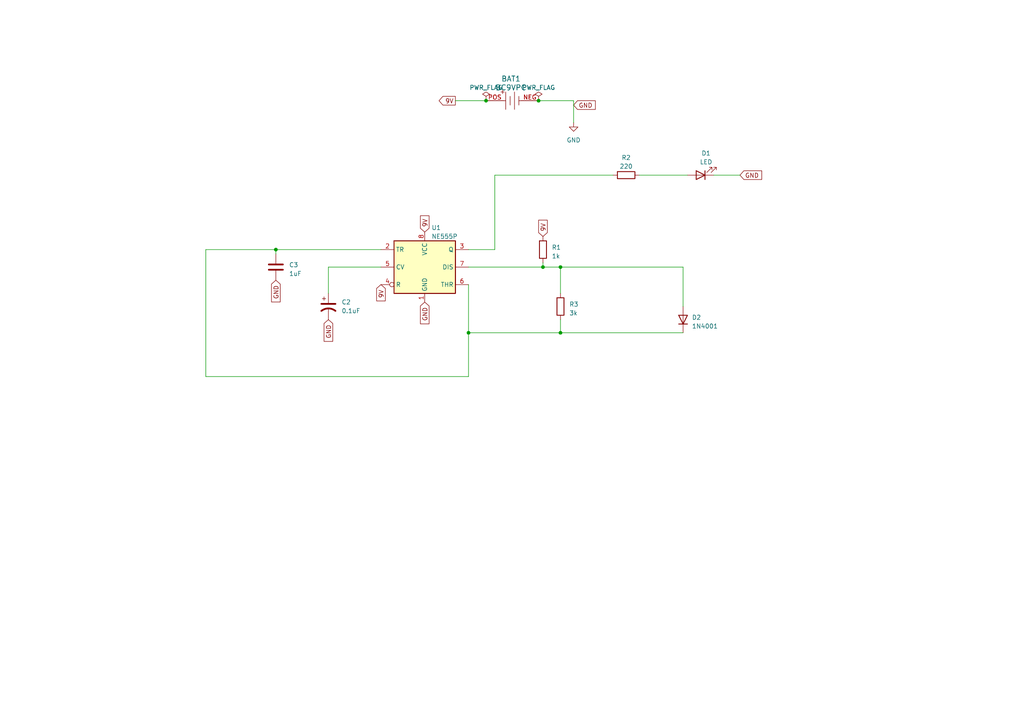
<source format=kicad_sch>
(kicad_sch (version 20230121) (generator eeschema)

  (uuid 927f7c47-e188-4fce-835d-c4f6be7ee461)

  (paper "A4")

  (title_block
    (title "555 timer PMW")
    (date "2023-02-20")
    (rev "V1")
    (company "IE ENC")
    (comment 3 "Management Committee ")
    (comment 4 "Bhavana M S")
  )

  (lib_symbols
    (symbol "Device:C" (pin_numbers hide) (pin_names (offset 0.254)) (in_bom yes) (on_board yes)
      (property "Reference" "C" (at 0.635 2.54 0)
        (effects (font (size 1.27 1.27)) (justify left))
      )
      (property "Value" "C" (at 0.635 -2.54 0)
        (effects (font (size 1.27 1.27)) (justify left))
      )
      (property "Footprint" "" (at 0.9652 -3.81 0)
        (effects (font (size 1.27 1.27)) hide)
      )
      (property "Datasheet" "~" (at 0 0 0)
        (effects (font (size 1.27 1.27)) hide)
      )
      (property "ki_keywords" "cap capacitor" (at 0 0 0)
        (effects (font (size 1.27 1.27)) hide)
      )
      (property "ki_description" "Unpolarized capacitor" (at 0 0 0)
        (effects (font (size 1.27 1.27)) hide)
      )
      (property "ki_fp_filters" "C_*" (at 0 0 0)
        (effects (font (size 1.27 1.27)) hide)
      )
      (symbol "C_0_1"
        (polyline
          (pts
            (xy -2.032 -0.762)
            (xy 2.032 -0.762)
          )
          (stroke (width 0.508) (type default))
          (fill (type none))
        )
        (polyline
          (pts
            (xy -2.032 0.762)
            (xy 2.032 0.762)
          )
          (stroke (width 0.508) (type default))
          (fill (type none))
        )
      )
      (symbol "C_1_1"
        (pin passive line (at 0 3.81 270) (length 2.794)
          (name "~" (effects (font (size 1.27 1.27))))
          (number "1" (effects (font (size 1.27 1.27))))
        )
        (pin passive line (at 0 -3.81 90) (length 2.794)
          (name "~" (effects (font (size 1.27 1.27))))
          (number "2" (effects (font (size 1.27 1.27))))
        )
      )
    )
    (symbol "Device:C_Polarized_US" (pin_numbers hide) (pin_names (offset 0.254) hide) (in_bom yes) (on_board yes)
      (property "Reference" "C" (at 0.635 2.54 0)
        (effects (font (size 1.27 1.27)) (justify left))
      )
      (property "Value" "C_Polarized_US" (at 0.635 -2.54 0)
        (effects (font (size 1.27 1.27)) (justify left))
      )
      (property "Footprint" "" (at 0 0 0)
        (effects (font (size 1.27 1.27)) hide)
      )
      (property "Datasheet" "~" (at 0 0 0)
        (effects (font (size 1.27 1.27)) hide)
      )
      (property "ki_keywords" "cap capacitor" (at 0 0 0)
        (effects (font (size 1.27 1.27)) hide)
      )
      (property "ki_description" "Polarized capacitor, US symbol" (at 0 0 0)
        (effects (font (size 1.27 1.27)) hide)
      )
      (property "ki_fp_filters" "CP_*" (at 0 0 0)
        (effects (font (size 1.27 1.27)) hide)
      )
      (symbol "C_Polarized_US_0_1"
        (polyline
          (pts
            (xy -2.032 0.762)
            (xy 2.032 0.762)
          )
          (stroke (width 0.508) (type default))
          (fill (type none))
        )
        (polyline
          (pts
            (xy -1.778 2.286)
            (xy -0.762 2.286)
          )
          (stroke (width 0) (type default))
          (fill (type none))
        )
        (polyline
          (pts
            (xy -1.27 1.778)
            (xy -1.27 2.794)
          )
          (stroke (width 0) (type default))
          (fill (type none))
        )
        (arc (start 2.032 -1.27) (mid 0 -0.5572) (end -2.032 -1.27)
          (stroke (width 0.508) (type default))
          (fill (type none))
        )
      )
      (symbol "C_Polarized_US_1_1"
        (pin passive line (at 0 3.81 270) (length 2.794)
          (name "~" (effects (font (size 1.27 1.27))))
          (number "1" (effects (font (size 1.27 1.27))))
        )
        (pin passive line (at 0 -3.81 90) (length 3.302)
          (name "~" (effects (font (size 1.27 1.27))))
          (number "2" (effects (font (size 1.27 1.27))))
        )
      )
    )
    (symbol "Device:LED" (pin_numbers hide) (pin_names (offset 1.016) hide) (in_bom yes) (on_board yes)
      (property "Reference" "D" (at 0 2.54 0)
        (effects (font (size 1.27 1.27)))
      )
      (property "Value" "LED" (at 0 -2.54 0)
        (effects (font (size 1.27 1.27)))
      )
      (property "Footprint" "" (at 0 0 0)
        (effects (font (size 1.27 1.27)) hide)
      )
      (property "Datasheet" "~" (at 0 0 0)
        (effects (font (size 1.27 1.27)) hide)
      )
      (property "ki_keywords" "LED diode" (at 0 0 0)
        (effects (font (size 1.27 1.27)) hide)
      )
      (property "ki_description" "Light emitting diode" (at 0 0 0)
        (effects (font (size 1.27 1.27)) hide)
      )
      (property "ki_fp_filters" "LED* LED_SMD:* LED_THT:*" (at 0 0 0)
        (effects (font (size 1.27 1.27)) hide)
      )
      (symbol "LED_0_1"
        (polyline
          (pts
            (xy -1.27 -1.27)
            (xy -1.27 1.27)
          )
          (stroke (width 0.254) (type default))
          (fill (type none))
        )
        (polyline
          (pts
            (xy -1.27 0)
            (xy 1.27 0)
          )
          (stroke (width 0) (type default))
          (fill (type none))
        )
        (polyline
          (pts
            (xy 1.27 -1.27)
            (xy 1.27 1.27)
            (xy -1.27 0)
            (xy 1.27 -1.27)
          )
          (stroke (width 0.254) (type default))
          (fill (type none))
        )
        (polyline
          (pts
            (xy -3.048 -0.762)
            (xy -4.572 -2.286)
            (xy -3.81 -2.286)
            (xy -4.572 -2.286)
            (xy -4.572 -1.524)
          )
          (stroke (width 0) (type default))
          (fill (type none))
        )
        (polyline
          (pts
            (xy -1.778 -0.762)
            (xy -3.302 -2.286)
            (xy -2.54 -2.286)
            (xy -3.302 -2.286)
            (xy -3.302 -1.524)
          )
          (stroke (width 0) (type default))
          (fill (type none))
        )
      )
      (symbol "LED_1_1"
        (pin passive line (at -3.81 0 0) (length 2.54)
          (name "K" (effects (font (size 1.27 1.27))))
          (number "1" (effects (font (size 1.27 1.27))))
        )
        (pin passive line (at 3.81 0 180) (length 2.54)
          (name "A" (effects (font (size 1.27 1.27))))
          (number "2" (effects (font (size 1.27 1.27))))
        )
      )
    )
    (symbol "Device:R" (pin_numbers hide) (pin_names (offset 0)) (in_bom yes) (on_board yes)
      (property "Reference" "R" (at 2.032 0 90)
        (effects (font (size 1.27 1.27)))
      )
      (property "Value" "R" (at 0 0 90)
        (effects (font (size 1.27 1.27)))
      )
      (property "Footprint" "" (at -1.778 0 90)
        (effects (font (size 1.27 1.27)) hide)
      )
      (property "Datasheet" "~" (at 0 0 0)
        (effects (font (size 1.27 1.27)) hide)
      )
      (property "ki_keywords" "R res resistor" (at 0 0 0)
        (effects (font (size 1.27 1.27)) hide)
      )
      (property "ki_description" "Resistor" (at 0 0 0)
        (effects (font (size 1.27 1.27)) hide)
      )
      (property "ki_fp_filters" "R_*" (at 0 0 0)
        (effects (font (size 1.27 1.27)) hide)
      )
      (symbol "R_0_1"
        (rectangle (start -1.016 -2.54) (end 1.016 2.54)
          (stroke (width 0.254) (type default))
          (fill (type none))
        )
      )
      (symbol "R_1_1"
        (pin passive line (at 0 3.81 270) (length 1.27)
          (name "~" (effects (font (size 1.27 1.27))))
          (number "1" (effects (font (size 1.27 1.27))))
        )
        (pin passive line (at 0 -3.81 90) (length 1.27)
          (name "~" (effects (font (size 1.27 1.27))))
          (number "2" (effects (font (size 1.27 1.27))))
        )
      )
    )
    (symbol "Diode:1N4001" (pin_numbers hide) (pin_names hide) (in_bom yes) (on_board yes)
      (property "Reference" "D" (at 0 2.54 0)
        (effects (font (size 1.27 1.27)))
      )
      (property "Value" "1N4001" (at 0 -2.54 0)
        (effects (font (size 1.27 1.27)))
      )
      (property "Footprint" "Diode_THT:D_DO-41_SOD81_P10.16mm_Horizontal" (at 0 0 0)
        (effects (font (size 1.27 1.27)) hide)
      )
      (property "Datasheet" "http://www.vishay.com/docs/88503/1n4001.pdf" (at 0 0 0)
        (effects (font (size 1.27 1.27)) hide)
      )
      (property "Sim.Device" "D" (at 0 0 0)
        (effects (font (size 1.27 1.27)) hide)
      )
      (property "Sim.Pins" "1=K 2=A" (at 0 0 0)
        (effects (font (size 1.27 1.27)) hide)
      )
      (property "ki_keywords" "diode" (at 0 0 0)
        (effects (font (size 1.27 1.27)) hide)
      )
      (property "ki_description" "50V 1A General Purpose Rectifier Diode, DO-41" (at 0 0 0)
        (effects (font (size 1.27 1.27)) hide)
      )
      (property "ki_fp_filters" "D*DO?41*" (at 0 0 0)
        (effects (font (size 1.27 1.27)) hide)
      )
      (symbol "1N4001_0_1"
        (polyline
          (pts
            (xy -1.27 1.27)
            (xy -1.27 -1.27)
          )
          (stroke (width 0.254) (type default))
          (fill (type none))
        )
        (polyline
          (pts
            (xy 1.27 0)
            (xy -1.27 0)
          )
          (stroke (width 0) (type default))
          (fill (type none))
        )
        (polyline
          (pts
            (xy 1.27 1.27)
            (xy 1.27 -1.27)
            (xy -1.27 0)
            (xy 1.27 1.27)
          )
          (stroke (width 0.254) (type default))
          (fill (type none))
        )
      )
      (symbol "1N4001_1_1"
        (pin passive line (at -3.81 0 0) (length 2.54)
          (name "K" (effects (font (size 1.27 1.27))))
          (number "1" (effects (font (size 1.27 1.27))))
        )
        (pin passive line (at 3.81 0 180) (length 2.54)
          (name "A" (effects (font (size 1.27 1.27))))
          (number "2" (effects (font (size 1.27 1.27))))
        )
      )
    )
    (symbol "Timer:NE555P" (in_bom yes) (on_board yes)
      (property "Reference" "U" (at -10.16 8.89 0)
        (effects (font (size 1.27 1.27)) (justify left))
      )
      (property "Value" "NE555P" (at 2.54 8.89 0)
        (effects (font (size 1.27 1.27)) (justify left))
      )
      (property "Footprint" "Package_DIP:DIP-8_W7.62mm" (at 16.51 -10.16 0)
        (effects (font (size 1.27 1.27)) hide)
      )
      (property "Datasheet" "http://www.ti.com/lit/ds/symlink/ne555.pdf" (at 21.59 -10.16 0)
        (effects (font (size 1.27 1.27)) hide)
      )
      (property "ki_keywords" "single timer 555" (at 0 0 0)
        (effects (font (size 1.27 1.27)) hide)
      )
      (property "ki_description" "Precision Timers, 555 compatible,  PDIP-8" (at 0 0 0)
        (effects (font (size 1.27 1.27)) hide)
      )
      (property "ki_fp_filters" "DIP*W7.62mm*" (at 0 0 0)
        (effects (font (size 1.27 1.27)) hide)
      )
      (symbol "NE555P_0_0"
        (pin power_in line (at 0 -10.16 90) (length 2.54)
          (name "GND" (effects (font (size 1.27 1.27))))
          (number "1" (effects (font (size 1.27 1.27))))
        )
        (pin power_in line (at 0 10.16 270) (length 2.54)
          (name "VCC" (effects (font (size 1.27 1.27))))
          (number "8" (effects (font (size 1.27 1.27))))
        )
      )
      (symbol "NE555P_0_1"
        (rectangle (start -8.89 -7.62) (end 8.89 7.62)
          (stroke (width 0.254) (type default))
          (fill (type background))
        )
        (rectangle (start -8.89 -7.62) (end 8.89 7.62)
          (stroke (width 0.254) (type default))
          (fill (type background))
        )
      )
      (symbol "NE555P_1_1"
        (pin input line (at -12.7 5.08 0) (length 3.81)
          (name "TR" (effects (font (size 1.27 1.27))))
          (number "2" (effects (font (size 1.27 1.27))))
        )
        (pin output line (at 12.7 5.08 180) (length 3.81)
          (name "Q" (effects (font (size 1.27 1.27))))
          (number "3" (effects (font (size 1.27 1.27))))
        )
        (pin input inverted (at -12.7 -5.08 0) (length 3.81)
          (name "R" (effects (font (size 1.27 1.27))))
          (number "4" (effects (font (size 1.27 1.27))))
        )
        (pin input line (at -12.7 0 0) (length 3.81)
          (name "CV" (effects (font (size 1.27 1.27))))
          (number "5" (effects (font (size 1.27 1.27))))
        )
        (pin input line (at 12.7 -5.08 180) (length 3.81)
          (name "THR" (effects (font (size 1.27 1.27))))
          (number "6" (effects (font (size 1.27 1.27))))
        )
        (pin input line (at 12.7 0 180) (length 3.81)
          (name "DIS" (effects (font (size 1.27 1.27))))
          (number "7" (effects (font (size 1.27 1.27))))
        )
      )
    )
    (symbol "dk_Battery-Holders-Clips-Contacts:BC9VPC" (pin_names (offset 1.016)) (in_bom yes) (on_board yes)
      (property "Reference" "BAT" (at 0 5.08 0)
        (effects (font (size 1.524 1.524)))
      )
      (property "Value" "BC9VPC" (at 0 -5.08 0)
        (effects (font (size 1.524 1.524)))
      )
      (property "Footprint" "digikey-footprints:Battery_Holder_9V_BC9VPC-ND" (at 5.08 5.08 0)
        (effects (font (size 1.524 1.524)) (justify left) hide)
      )
      (property "Datasheet" "http://www.memoryprotectiondevices.com/datasheets/BC9VPC-datasheet.pdf" (at 5.08 7.62 0)
        (effects (font (size 1.524 1.524)) (justify left) hide)
      )
      (property "Digi-Key_PN" "BC9VPC-ND" (at 5.08 10.16 0)
        (effects (font (size 1.524 1.524)) (justify left) hide)
      )
      (property "MPN" "BC9VPC" (at 5.08 12.7 0)
        (effects (font (size 1.524 1.524)) (justify left) hide)
      )
      (property "Category" "Battery Products" (at 5.08 15.24 0)
        (effects (font (size 1.524 1.524)) (justify left) hide)
      )
      (property "Family" "Battery Holders, Clips, Contacts" (at 5.08 17.78 0)
        (effects (font (size 1.524 1.524)) (justify left) hide)
      )
      (property "DK_Datasheet_Link" "http://www.memoryprotectiondevices.com/datasheets/BC9VPC-datasheet.pdf" (at 5.08 20.32 0)
        (effects (font (size 1.524 1.524)) (justify left) hide)
      )
      (property "DK_Detail_Page" "/product-detail/en/mpd-memory-protection-devices/BC9VPC/BC9VPC-ND/257747" (at 5.08 22.86 0)
        (effects (font (size 1.524 1.524)) (justify left) hide)
      )
      (property "Description" "BATTERY HOLDER 9V PC PIN" (at 5.08 25.4 0)
        (effects (font (size 1.524 1.524)) (justify left) hide)
      )
      (property "Manufacturer" "MPD (Memory Protection Devices)" (at 5.08 27.94 0)
        (effects (font (size 1.524 1.524)) (justify left) hide)
      )
      (property "Status" "Active" (at 5.08 30.48 0)
        (effects (font (size 1.524 1.524)) (justify left) hide)
      )
      (property "ki_keywords" "BC9VPC-ND" (at 0 0 0)
        (effects (font (size 1.27 1.27)) hide)
      )
      (property "ki_description" "BATTERY HOLDER 9V PC PIN" (at 0 0 0)
        (effects (font (size 1.27 1.27)) hide)
      )
      (symbol "BC9VPC_1_1"
        (polyline
          (pts
            (xy -2.794 3.048)
            (xy -2.794 2.032)
          )
          (stroke (width 0) (type solid))
          (fill (type none))
        )
        (polyline
          (pts
            (xy -2.286 2.54)
            (xy -3.302 2.54)
          )
          (stroke (width 0) (type solid))
          (fill (type none))
        )
        (polyline
          (pts
            (xy -1.905 0)
            (xy -2.54 0)
          )
          (stroke (width 0) (type solid))
          (fill (type none))
        )
        (polyline
          (pts
            (xy -1.905 2.54)
            (xy -1.905 -2.54)
          )
          (stroke (width 0) (type solid))
          (fill (type none))
        )
        (polyline
          (pts
            (xy -0.635 1.27)
            (xy -0.635 -1.27)
          )
          (stroke (width 0) (type solid))
          (fill (type none))
        )
        (polyline
          (pts
            (xy 0.635 2.54)
            (xy 0.635 -2.54)
          )
          (stroke (width 0) (type solid))
          (fill (type none))
        )
        (polyline
          (pts
            (xy 1.905 1.27)
            (xy 1.905 -1.27)
          )
          (stroke (width 0) (type solid))
          (fill (type none))
        )
        (polyline
          (pts
            (xy 2.54 0)
            (xy 1.905 0)
          )
          (stroke (width 0) (type solid))
          (fill (type none))
        )
        (pin power_in line (at 7.62 0 180) (length 5.08)
          (name "~" (effects (font (size 1.27 1.27))))
          (number "NEG" (effects (font (size 1.27 1.27))))
        )
        (pin power_in line (at -7.62 0 0) (length 5.08)
          (name "~" (effects (font (size 1.27 1.27))))
          (number "POS" (effects (font (size 1.27 1.27))))
        )
      )
    )
    (symbol "power:GND" (power) (pin_names (offset 0)) (in_bom yes) (on_board yes)
      (property "Reference" "#PWR" (at 0 -6.35 0)
        (effects (font (size 1.27 1.27)) hide)
      )
      (property "Value" "GND" (at 0 -3.81 0)
        (effects (font (size 1.27 1.27)))
      )
      (property "Footprint" "" (at 0 0 0)
        (effects (font (size 1.27 1.27)) hide)
      )
      (property "Datasheet" "" (at 0 0 0)
        (effects (font (size 1.27 1.27)) hide)
      )
      (property "ki_keywords" "global power" (at 0 0 0)
        (effects (font (size 1.27 1.27)) hide)
      )
      (property "ki_description" "Power symbol creates a global label with name \"GND\" , ground" (at 0 0 0)
        (effects (font (size 1.27 1.27)) hide)
      )
      (symbol "GND_0_1"
        (polyline
          (pts
            (xy 0 0)
            (xy 0 -1.27)
            (xy 1.27 -1.27)
            (xy 0 -2.54)
            (xy -1.27 -1.27)
            (xy 0 -1.27)
          )
          (stroke (width 0) (type default))
          (fill (type none))
        )
      )
      (symbol "GND_1_1"
        (pin power_in line (at 0 0 270) (length 0) hide
          (name "GND" (effects (font (size 1.27 1.27))))
          (number "1" (effects (font (size 1.27 1.27))))
        )
      )
    )
    (symbol "power:PWR_FLAG" (power) (pin_numbers hide) (pin_names (offset 0) hide) (in_bom yes) (on_board yes)
      (property "Reference" "#FLG" (at 0 1.905 0)
        (effects (font (size 1.27 1.27)) hide)
      )
      (property "Value" "PWR_FLAG" (at 0 3.81 0)
        (effects (font (size 1.27 1.27)))
      )
      (property "Footprint" "" (at 0 0 0)
        (effects (font (size 1.27 1.27)) hide)
      )
      (property "Datasheet" "~" (at 0 0 0)
        (effects (font (size 1.27 1.27)) hide)
      )
      (property "ki_keywords" "flag power" (at 0 0 0)
        (effects (font (size 1.27 1.27)) hide)
      )
      (property "ki_description" "Special symbol for telling ERC where power comes from" (at 0 0 0)
        (effects (font (size 1.27 1.27)) hide)
      )
      (symbol "PWR_FLAG_0_0"
        (pin power_out line (at 0 0 90) (length 0)
          (name "pwr" (effects (font (size 1.27 1.27))))
          (number "1" (effects (font (size 1.27 1.27))))
        )
      )
      (symbol "PWR_FLAG_0_1"
        (polyline
          (pts
            (xy 0 0)
            (xy 0 1.27)
            (xy -1.016 1.905)
            (xy 0 2.54)
            (xy 1.016 1.905)
            (xy 0 1.27)
          )
          (stroke (width 0) (type default))
          (fill (type none))
        )
      )
    )
  )

  (junction (at 135.89 96.52) (diameter 0) (color 0 0 0 0)
    (uuid 15e7461f-c075-47a8-bfc8-15c4b92f18db)
  )
  (junction (at 156.21 29.21) (diameter 0) (color 0 0 0 0)
    (uuid 1ad9c8d7-094d-4ce9-bda4-0c26f3f2742a)
  )
  (junction (at 162.56 77.47) (diameter 0) (color 0 0 0 0)
    (uuid 1b5cb397-b2d3-4da4-886c-d3d0e81d4f8f)
  )
  (junction (at 140.97 29.21) (diameter 0) (color 0 0 0 0)
    (uuid 47e41efe-e849-415e-9f3a-8a2edc6b99f6)
  )
  (junction (at 162.56 96.52) (diameter 0) (color 0 0 0 0)
    (uuid 716f6c0f-c549-40cb-a65a-ea143c7c7360)
  )
  (junction (at 157.48 77.47) (diameter 0) (color 0 0 0 0)
    (uuid 8f756936-4bad-4a82-b24a-c0111ff08904)
  )
  (junction (at 80.01 72.39) (diameter 0) (color 0 0 0 0)
    (uuid be2ef496-62e3-4858-b551-12ad24b270ec)
  )

  (wire (pts (xy 80.01 72.39) (xy 80.01 73.66))
    (stroke (width 0) (type default))
    (uuid 03b118dc-7758-4510-9d4a-8592a314bfc5)
  )
  (wire (pts (xy 162.56 96.52) (xy 198.12 96.52))
    (stroke (width 0) (type default))
    (uuid 0da86138-9df5-4a12-88f6-79b7a4dae0d7)
  )
  (wire (pts (xy 143.51 50.8) (xy 177.8 50.8))
    (stroke (width 0) (type default))
    (uuid 17afe6a6-f66f-452a-9c44-1885bfbd8027)
  )
  (wire (pts (xy 185.42 50.8) (xy 199.39 50.8))
    (stroke (width 0) (type default))
    (uuid 1a535d6e-315f-477f-9159-0f366355c712)
  )
  (wire (pts (xy 110.49 77.47) (xy 95.25 77.47))
    (stroke (width 0) (type default))
    (uuid 28e574a1-0702-450f-b7cc-a3dab6d0b68f)
  )
  (wire (pts (xy 135.89 82.55) (xy 135.89 96.52))
    (stroke (width 0) (type default))
    (uuid 2a2df55b-ffca-4b29-a05b-5bbee302bb0e)
  )
  (wire (pts (xy 132.08 29.21) (xy 140.97 29.21))
    (stroke (width 0) (type default))
    (uuid 3c52d900-644f-43e8-a681-944278833e36)
  )
  (wire (pts (xy 59.69 72.39) (xy 59.69 109.22))
    (stroke (width 0) (type default))
    (uuid 45018cab-0bf6-4e94-a87e-5ca6caa740a5)
  )
  (wire (pts (xy 135.89 96.52) (xy 162.56 96.52))
    (stroke (width 0) (type default))
    (uuid 4d76a7c8-431e-4bbc-b13e-805a6140cf68)
  )
  (wire (pts (xy 162.56 77.47) (xy 198.12 77.47))
    (stroke (width 0) (type default))
    (uuid 4f0c63f3-4bc4-4bfb-aa14-a7fe157d11c3)
  )
  (wire (pts (xy 157.48 77.47) (xy 157.48 76.2))
    (stroke (width 0) (type default))
    (uuid 5ce6d83a-0476-4995-a0d2-51dd52e0b400)
  )
  (wire (pts (xy 157.48 77.47) (xy 162.56 77.47))
    (stroke (width 0) (type default))
    (uuid 5f7379e4-d548-49cb-bc30-c67c4141ad71)
  )
  (wire (pts (xy 135.89 109.22) (xy 135.89 96.52))
    (stroke (width 0) (type default))
    (uuid 66a9ebd4-ed20-4185-a2ca-f127937d034c)
  )
  (wire (pts (xy 135.89 77.47) (xy 157.48 77.47))
    (stroke (width 0) (type default))
    (uuid 68f5bad8-8073-4bb1-a029-e2ef169f8325)
  )
  (wire (pts (xy 59.69 109.22) (xy 135.89 109.22))
    (stroke (width 0) (type default))
    (uuid 80da09d5-c212-4c39-a4bf-f3669a311a13)
  )
  (wire (pts (xy 207.01 50.8) (xy 214.63 50.8))
    (stroke (width 0) (type default))
    (uuid 81a10285-e1e6-4188-9de4-131fedb0d726)
  )
  (wire (pts (xy 162.56 77.47) (xy 162.56 85.09))
    (stroke (width 0) (type default))
    (uuid 86121960-bad3-4850-bc48-6f67412118ad)
  )
  (wire (pts (xy 110.49 72.39) (xy 80.01 72.39))
    (stroke (width 0) (type default))
    (uuid b4ec0a3a-f618-475d-a9c6-455c87d314a2)
  )
  (wire (pts (xy 80.01 72.39) (xy 59.69 72.39))
    (stroke (width 0) (type default))
    (uuid b7c58f25-47e5-44d0-b216-c1c64b46d8a8)
  )
  (wire (pts (xy 198.12 77.47) (xy 198.12 88.9))
    (stroke (width 0) (type default))
    (uuid bbfb2fa8-398a-49b4-9f7d-56e35c3d7890)
  )
  (wire (pts (xy 95.25 77.47) (xy 95.25 85.09))
    (stroke (width 0) (type default))
    (uuid c44f15a3-98b2-4659-b717-3b960b9491a7)
  )
  (wire (pts (xy 162.56 92.71) (xy 162.56 96.52))
    (stroke (width 0) (type default))
    (uuid c4b0fb95-404b-46cb-968f-71222aef55b2)
  )
  (wire (pts (xy 156.21 29.21) (xy 166.37 29.21))
    (stroke (width 0) (type default))
    (uuid c5533b50-e901-4226-9d60-6219e4b067f3)
  )
  (wire (pts (xy 166.37 29.21) (xy 166.37 35.56))
    (stroke (width 0) (type default))
    (uuid d07ed17f-7a0f-424b-af18-53c4c96ffe81)
  )
  (wire (pts (xy 143.51 72.39) (xy 143.51 50.8))
    (stroke (width 0) (type default))
    (uuid e7917cb4-2baa-4724-a4ea-f3c7cb961aee)
  )
  (wire (pts (xy 135.89 72.39) (xy 143.51 72.39))
    (stroke (width 0) (type default))
    (uuid fd14eac9-e4be-4543-9230-5f305ec205ad)
  )

  (global_label "9V" (shape input) (at 157.48 68.58 90) (fields_autoplaced)
    (effects (font (size 1.27 1.27)) (justify left))
    (uuid 06e4cc04-e520-4ac8-908d-9bfdd77852eb)
    (property "Intersheetrefs" "${INTERSHEET_REFS}" (at 157.48 63.3761 90)
      (effects (font (size 1.27 1.27)) (justify left) hide)
    )
  )
  (global_label "9V" (shape input) (at 110.49 82.55 270) (fields_autoplaced)
    (effects (font (size 1.27 1.27)) (justify right))
    (uuid 0ff00c73-3df5-4482-8c76-98193d93f844)
    (property "Intersheetrefs" "${INTERSHEET_REFS}" (at 110.49 87.7539 90)
      (effects (font (size 1.27 1.27)) (justify right) hide)
    )
  )
  (global_label "GND" (shape input) (at 166.37 30.48 0) (fields_autoplaced)
    (effects (font (size 1.27 1.27)) (justify left))
    (uuid 28273b14-8758-4c8e-8fa6-6ce8be623be9)
    (property "Intersheetrefs" "${INTERSHEET_REFS}" (at 173.1463 30.48 0)
      (effects (font (size 1.27 1.27)) (justify left) hide)
    )
  )
  (global_label "GND" (shape input) (at 95.25 92.71 270) (fields_autoplaced)
    (effects (font (size 1.27 1.27)) (justify right))
    (uuid 738837f7-4625-4891-939f-4bb0c8b2a8a7)
    (property "Intersheetrefs" "${INTERSHEET_REFS}" (at 95.25 99.4863 90)
      (effects (font (size 1.27 1.27)) (justify right) hide)
    )
  )
  (global_label "9V" (shape output) (at 132.08 29.21 180) (fields_autoplaced)
    (effects (font (size 1.27 1.27)) (justify right))
    (uuid a3a9175a-814c-4f98-82d9-743b9ed3dabd)
    (property "Intersheetrefs" "${INTERSHEET_REFS}" (at 126.8761 29.21 0)
      (effects (font (size 1.27 1.27)) (justify right) hide)
    )
  )
  (global_label "GND" (shape input) (at 80.01 81.28 270) (fields_autoplaced)
    (effects (font (size 1.27 1.27)) (justify right))
    (uuid a3db8d28-07e3-4cc2-b82a-a9b4df85a05e)
    (property "Intersheetrefs" "${INTERSHEET_REFS}" (at 80.01 88.0563 90)
      (effects (font (size 1.27 1.27)) (justify right) hide)
    )
  )
  (global_label "GND" (shape input) (at 123.19 87.63 270) (fields_autoplaced)
    (effects (font (size 1.27 1.27)) (justify right))
    (uuid adaed112-9ad3-4653-88f2-e5ed3398ddfe)
    (property "Intersheetrefs" "${INTERSHEET_REFS}" (at 123.19 94.4063 90)
      (effects (font (size 1.27 1.27)) (justify right) hide)
    )
  )
  (global_label "GND" (shape input) (at 214.63 50.8 0) (fields_autoplaced)
    (effects (font (size 1.27 1.27)) (justify left))
    (uuid c1c7a54d-fa62-41b5-97b1-059c6ba584ed)
    (property "Intersheetrefs" "${INTERSHEET_REFS}" (at 221.4063 50.8 0)
      (effects (font (size 1.27 1.27)) (justify left) hide)
    )
  )
  (global_label "9V" (shape input) (at 123.19 67.31 90) (fields_autoplaced)
    (effects (font (size 1.27 1.27)) (justify left))
    (uuid ceeca285-182a-44d3-9d2c-efb1a925d54c)
    (property "Intersheetrefs" "${INTERSHEET_REFS}" (at 123.19 62.1061 90)
      (effects (font (size 1.27 1.27)) (justify left) hide)
    )
  )

  (symbol (lib_id "power:GND") (at 166.37 35.56 0) (unit 1)
    (in_bom yes) (on_board yes) (dnp no) (fields_autoplaced)
    (uuid 1962a98e-e066-4784-89cf-416ba420a440)
    (property "Reference" "#PWR02" (at 166.37 41.91 0)
      (effects (font (size 1.27 1.27)) hide)
    )
    (property "Value" "GND" (at 166.37 40.64 0)
      (effects (font (size 1.27 1.27)))
    )
    (property "Footprint" "" (at 166.37 35.56 0)
      (effects (font (size 1.27 1.27)) hide)
    )
    (property "Datasheet" "" (at 166.37 35.56 0)
      (effects (font (size 1.27 1.27)) hide)
    )
    (pin "1" (uuid f55079f8-7b44-4938-be6f-1efe033fae41))
    (instances
      (project "555 timer"
        (path "/927f7c47-e188-4fce-835d-c4f6be7ee461"
          (reference "#PWR02") (unit 1)
        )
      )
    )
  )

  (symbol (lib_id "Device:LED") (at 203.2 50.8 180) (unit 1)
    (in_bom yes) (on_board yes) (dnp no) (fields_autoplaced)
    (uuid 3350d112-a3d1-4d4f-92fe-753a99179fe1)
    (property "Reference" "D1" (at 204.7875 44.45 0)
      (effects (font (size 1.27 1.27)))
    )
    (property "Value" "LED" (at 204.7875 46.99 0)
      (effects (font (size 1.27 1.27)))
    )
    (property "Footprint" "" (at 203.2 50.8 0)
      (effects (font (size 1.27 1.27)) hide)
    )
    (property "Datasheet" "~" (at 203.2 50.8 0)
      (effects (font (size 1.27 1.27)) hide)
    )
    (pin "1" (uuid f8546f95-ccc8-451a-a49b-fbd45e1d7d99))
    (pin "2" (uuid 7226fac7-7f9f-4097-ad29-35498817a493))
    (instances
      (project "555 timer"
        (path "/927f7c47-e188-4fce-835d-c4f6be7ee461"
          (reference "D1") (unit 1)
        )
      )
    )
  )

  (symbol (lib_id "Device:C_Polarized_US") (at 95.25 88.9 0) (unit 1)
    (in_bom yes) (on_board yes) (dnp no) (fields_autoplaced)
    (uuid 345513de-a07e-447b-a0f9-059eef2daa3f)
    (property "Reference" "C2" (at 99.06 87.63 0)
      (effects (font (size 1.27 1.27)) (justify left))
    )
    (property "Value" "0.1uF" (at 99.06 90.17 0)
      (effects (font (size 1.27 1.27)) (justify left))
    )
    (property "Footprint" "" (at 95.25 88.9 0)
      (effects (font (size 1.27 1.27)) hide)
    )
    (property "Datasheet" "~" (at 95.25 88.9 0)
      (effects (font (size 1.27 1.27)) hide)
    )
    (pin "1" (uuid 0785a40b-38e4-4212-868b-e507540a6365))
    (pin "2" (uuid a42b4dbc-8b9d-45d8-bd5c-5ee5c8ccfc7c))
    (instances
      (project "555 timer"
        (path "/927f7c47-e188-4fce-835d-c4f6be7ee461"
          (reference "C2") (unit 1)
        )
      )
    )
  )

  (symbol (lib_id "power:PWR_FLAG") (at 140.97 29.21 0) (unit 1)
    (in_bom yes) (on_board yes) (dnp no) (fields_autoplaced)
    (uuid 4b660f24-f8c9-4b24-aa6d-4b45ef712ab2)
    (property "Reference" "#FLG01" (at 140.97 27.305 0)
      (effects (font (size 1.27 1.27)) hide)
    )
    (property "Value" "PWR_FLAG" (at 140.97 25.4 0)
      (effects (font (size 1.27 1.27)))
    )
    (property "Footprint" "" (at 140.97 29.21 0)
      (effects (font (size 1.27 1.27)) hide)
    )
    (property "Datasheet" "~" (at 140.97 29.21 0)
      (effects (font (size 1.27 1.27)) hide)
    )
    (pin "1" (uuid 1186debc-7128-4365-8f27-c0ce42289a21))
    (instances
      (project "555 timer"
        (path "/927f7c47-e188-4fce-835d-c4f6be7ee461"
          (reference "#FLG01") (unit 1)
        )
      )
    )
  )

  (symbol (lib_id "Device:C") (at 80.01 77.47 0) (unit 1)
    (in_bom yes) (on_board yes) (dnp no) (fields_autoplaced)
    (uuid 4fd1121c-29b0-447b-9995-60b003e9ab8a)
    (property "Reference" "C3" (at 83.82 76.835 0)
      (effects (font (size 1.27 1.27)) (justify left))
    )
    (property "Value" "1uF" (at 83.82 79.375 0)
      (effects (font (size 1.27 1.27)) (justify left))
    )
    (property "Footprint" "" (at 80.9752 81.28 0)
      (effects (font (size 1.27 1.27)) hide)
    )
    (property "Datasheet" "~" (at 80.01 77.47 0)
      (effects (font (size 1.27 1.27)) hide)
    )
    (pin "1" (uuid 851a723e-51e7-4e43-8701-623c88b84b5f))
    (pin "2" (uuid c9b90a14-6f67-42fd-a646-d65dd939d7ad))
    (instances
      (project "555 timer"
        (path "/927f7c47-e188-4fce-835d-c4f6be7ee461"
          (reference "C3") (unit 1)
        )
      )
    )
  )

  (symbol (lib_id "Device:R") (at 162.56 88.9 0) (unit 1)
    (in_bom yes) (on_board yes) (dnp no) (fields_autoplaced)
    (uuid 6021cd6c-949e-4e5e-aedb-aa2ba35355f6)
    (property "Reference" "R3" (at 165.1 88.265 0)
      (effects (font (size 1.27 1.27)) (justify left))
    )
    (property "Value" "3k" (at 165.1 90.805 0)
      (effects (font (size 1.27 1.27)) (justify left))
    )
    (property "Footprint" "" (at 160.782 88.9 90)
      (effects (font (size 1.27 1.27)) hide)
    )
    (property "Datasheet" "~" (at 162.56 88.9 0)
      (effects (font (size 1.27 1.27)) hide)
    )
    (pin "1" (uuid e4d9fefc-8167-4cfd-9437-dd5b44063d29))
    (pin "2" (uuid 1130cc91-b267-462b-9b75-82dabfe20572))
    (instances
      (project "555 timer"
        (path "/927f7c47-e188-4fce-835d-c4f6be7ee461"
          (reference "R3") (unit 1)
        )
      )
    )
  )

  (symbol (lib_id "Timer:NE555P") (at 123.19 77.47 0) (unit 1)
    (in_bom yes) (on_board yes) (dnp no) (fields_autoplaced)
    (uuid 668c7b7d-6933-4718-b64d-24a8aafa57e6)
    (property "Reference" "U1" (at 125.1459 66.04 0)
      (effects (font (size 1.27 1.27)) (justify left))
    )
    (property "Value" "NE555P" (at 125.1459 68.58 0)
      (effects (font (size 1.27 1.27)) (justify left))
    )
    (property "Footprint" "Package_DIP:DIP-8_W7.62mm" (at 139.7 87.63 0)
      (effects (font (size 1.27 1.27)) hide)
    )
    (property "Datasheet" "http://www.ti.com/lit/ds/symlink/ne555.pdf" (at 144.78 87.63 0)
      (effects (font (size 1.27 1.27)) hide)
    )
    (pin "1" (uuid eaaa963f-a476-4fd6-ae1d-cbd1ccf1128f))
    (pin "8" (uuid 2d6e92dd-5cc6-4fe0-91f4-efbef3713245))
    (pin "2" (uuid b7b2d954-48af-415a-888c-33c13552510d))
    (pin "3" (uuid cab0d3b0-db85-4321-84a9-460e571c1958))
    (pin "4" (uuid 39d1bb91-1638-4aac-b9c8-07b23cd46c06))
    (pin "5" (uuid 0928d2a7-4c8a-4650-9b4d-43ee32639232))
    (pin "6" (uuid 971622c6-9c4d-4e2d-9ec5-e129687b7cc4))
    (pin "7" (uuid 8ef8ad00-45b0-4787-a77f-f20a2a86eb6a))
    (instances
      (project "555 timer"
        (path "/927f7c47-e188-4fce-835d-c4f6be7ee461"
          (reference "U1") (unit 1)
        )
      )
    )
  )

  (symbol (lib_id "dk_Battery-Holders-Clips-Contacts:BC9VPC") (at 148.59 29.21 0) (unit 1)
    (in_bom yes) (on_board yes) (dnp no) (fields_autoplaced)
    (uuid 719d3385-6a2e-4be5-9f03-8e9bb4b6eaae)
    (property "Reference" "BAT1" (at 148.209 22.86 0)
      (effects (font (size 1.524 1.524)))
    )
    (property "Value" "BC9VPC" (at 148.209 25.4 0)
      (effects (font (size 1.524 1.524)))
    )
    (property "Footprint" "digikey-footprints:Battery_Holder_9V_BC9VPC-ND" (at 153.67 24.13 0)
      (effects (font (size 1.524 1.524)) (justify left) hide)
    )
    (property "Datasheet" "http://www.memoryprotectiondevices.com/datasheets/BC9VPC-datasheet.pdf" (at 153.67 21.59 0)
      (effects (font (size 1.524 1.524)) (justify left) hide)
    )
    (property "Digi-Key_PN" "BC9VPC-ND" (at 153.67 19.05 0)
      (effects (font (size 1.524 1.524)) (justify left) hide)
    )
    (property "MPN" "BC9VPC" (at 153.67 16.51 0)
      (effects (font (size 1.524 1.524)) (justify left) hide)
    )
    (property "Category" "Battery Products" (at 153.67 13.97 0)
      (effects (font (size 1.524 1.524)) (justify left) hide)
    )
    (property "Family" "Battery Holders, Clips, Contacts" (at 153.67 11.43 0)
      (effects (font (size 1.524 1.524)) (justify left) hide)
    )
    (property "DK_Datasheet_Link" "http://www.memoryprotectiondevices.com/datasheets/BC9VPC-datasheet.pdf" (at 153.67 8.89 0)
      (effects (font (size 1.524 1.524)) (justify left) hide)
    )
    (property "DK_Detail_Page" "/product-detail/en/mpd-memory-protection-devices/BC9VPC/BC9VPC-ND/257747" (at 153.67 6.35 0)
      (effects (font (size 1.524 1.524)) (justify left) hide)
    )
    (property "Description" "BATTERY HOLDER 9V PC PIN" (at 153.67 3.81 0)
      (effects (font (size 1.524 1.524)) (justify left) hide)
    )
    (property "Manufacturer" "MPD (Memory Protection Devices)" (at 153.67 1.27 0)
      (effects (font (size 1.524 1.524)) (justify left) hide)
    )
    (property "Status" "Active" (at 153.67 -1.27 0)
      (effects (font (size 1.524 1.524)) (justify left) hide)
    )
    (pin "NEG" (uuid b43a56ed-ad6a-4d11-a3df-95ecbcd1b937))
    (pin "POS" (uuid 04d97374-f6ab-4674-9ed8-f53f834895e1))
    (instances
      (project "555 timer"
        (path "/927f7c47-e188-4fce-835d-c4f6be7ee461"
          (reference "BAT1") (unit 1)
        )
      )
    )
  )

  (symbol (lib_id "Device:R") (at 157.48 72.39 0) (unit 1)
    (in_bom yes) (on_board yes) (dnp no) (fields_autoplaced)
    (uuid 859e1f1a-4d78-4903-85e2-a1056fb40965)
    (property "Reference" "R1" (at 160.02 71.755 0)
      (effects (font (size 1.27 1.27)) (justify left))
    )
    (property "Value" "1k" (at 160.02 74.295 0)
      (effects (font (size 1.27 1.27)) (justify left))
    )
    (property "Footprint" "" (at 155.702 72.39 90)
      (effects (font (size 1.27 1.27)) hide)
    )
    (property "Datasheet" "~" (at 157.48 72.39 0)
      (effects (font (size 1.27 1.27)) hide)
    )
    (pin "1" (uuid 15a25c88-d767-47c0-a8bb-b64e7cbf8a1d))
    (pin "2" (uuid 580eb88b-0351-400e-9f1f-d0c78dec27f7))
    (instances
      (project "555 timer"
        (path "/927f7c47-e188-4fce-835d-c4f6be7ee461"
          (reference "R1") (unit 1)
        )
      )
    )
  )

  (symbol (lib_id "Diode:1N4001") (at 198.12 92.71 90) (unit 1)
    (in_bom yes) (on_board yes) (dnp no) (fields_autoplaced)
    (uuid 8793fbbc-6df3-4476-a44d-a3c25e9a43ff)
    (property "Reference" "D2" (at 200.66 92.075 90)
      (effects (font (size 1.27 1.27)) (justify right))
    )
    (property "Value" "1N4001" (at 200.66 94.615 90)
      (effects (font (size 1.27 1.27)) (justify right))
    )
    (property "Footprint" "Diode_THT:D_DO-41_SOD81_P10.16mm_Horizontal" (at 198.12 92.71 0)
      (effects (font (size 1.27 1.27)) hide)
    )
    (property "Datasheet" "http://www.vishay.com/docs/88503/1n4001.pdf" (at 198.12 92.71 0)
      (effects (font (size 1.27 1.27)) hide)
    )
    (property "Sim.Device" "D" (at 198.12 92.71 0)
      (effects (font (size 1.27 1.27)) hide)
    )
    (property "Sim.Pins" "1=K 2=A" (at 198.12 92.71 0)
      (effects (font (size 1.27 1.27)) hide)
    )
    (pin "1" (uuid 58bb5372-91e5-4179-88ff-db6f1c803e9f))
    (pin "2" (uuid 7200cce0-97cc-40ea-982e-47c183c05e81))
    (instances
      (project "555 timer"
        (path "/927f7c47-e188-4fce-835d-c4f6be7ee461"
          (reference "D2") (unit 1)
        )
      )
    )
  )

  (symbol (lib_id "power:PWR_FLAG") (at 156.21 29.21 0) (unit 1)
    (in_bom yes) (on_board yes) (dnp no) (fields_autoplaced)
    (uuid 93b6f604-b59b-4547-90e9-1516df43e749)
    (property "Reference" "#FLG02" (at 156.21 27.305 0)
      (effects (font (size 1.27 1.27)) hide)
    )
    (property "Value" "PWR_FLAG" (at 156.21 25.4 0)
      (effects (font (size 1.27 1.27)))
    )
    (property "Footprint" "" (at 156.21 29.21 0)
      (effects (font (size 1.27 1.27)) hide)
    )
    (property "Datasheet" "~" (at 156.21 29.21 0)
      (effects (font (size 1.27 1.27)) hide)
    )
    (pin "1" (uuid ec0297a4-9216-4839-bc28-ba5f2a0aa610))
    (instances
      (project "555 timer"
        (path "/927f7c47-e188-4fce-835d-c4f6be7ee461"
          (reference "#FLG02") (unit 1)
        )
      )
    )
  )

  (symbol (lib_id "Device:R") (at 181.61 50.8 270) (unit 1)
    (in_bom yes) (on_board yes) (dnp no) (fields_autoplaced)
    (uuid f6063323-0fa7-4066-8576-5cb0b8b37094)
    (property "Reference" "R2" (at 181.61 45.72 90)
      (effects (font (size 1.27 1.27)))
    )
    (property "Value" "220" (at 181.61 48.26 90)
      (effects (font (size 1.27 1.27)))
    )
    (property "Footprint" "" (at 181.61 49.022 90)
      (effects (font (size 1.27 1.27)) hide)
    )
    (property "Datasheet" "~" (at 181.61 50.8 0)
      (effects (font (size 1.27 1.27)) hide)
    )
    (pin "1" (uuid 816e66d7-58db-4268-97fb-53711ce160b5))
    (pin "2" (uuid 57d1a3d9-6bd8-41aa-b9e7-59bb0a9cf1fc))
    (instances
      (project "555 timer"
        (path "/927f7c47-e188-4fce-835d-c4f6be7ee461"
          (reference "R2") (unit 1)
        )
      )
    )
  )

  (sheet_instances
    (path "/" (page "1"))
  )
)

</source>
